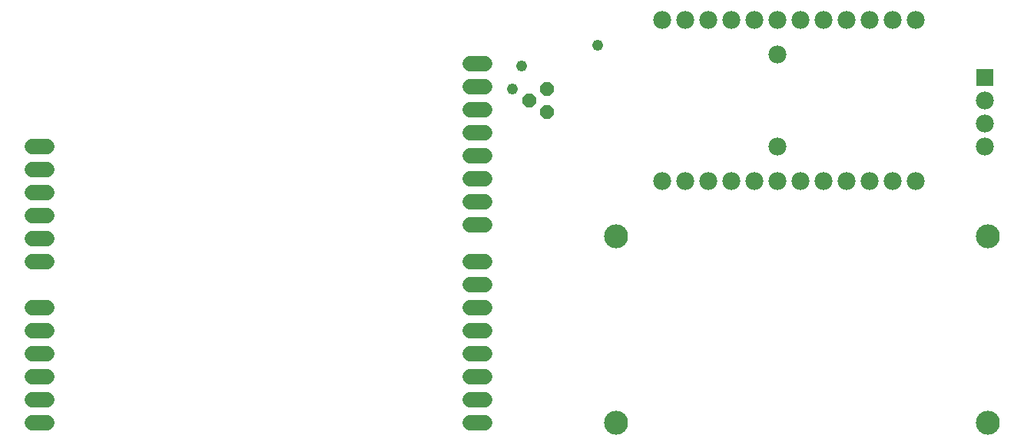
<source format=gbs>
G75*
G70*
%OFA0B0*%
%FSLAX24Y24*%
%IPPOS*%
%LPD*%
%AMOC8*
5,1,8,0,0,1.08239X$1,22.5*
%
%ADD10C,0.1040*%
%ADD11C,0.0680*%
%ADD12C,0.0780*%
%ADD13R,0.0780X0.0780*%
%ADD14OC8,0.0600*%
%ADD15C,0.0480*%
D10*
X027300Y002325D03*
X043442Y002325D03*
X043442Y010396D03*
X027300Y010396D03*
D11*
X002620Y002325D02*
X001980Y002325D01*
X001980Y003325D02*
X002620Y003325D01*
X002620Y004325D02*
X001980Y004325D01*
X001980Y005325D02*
X002620Y005325D01*
X002620Y006325D02*
X001980Y006325D01*
X001980Y007325D02*
X002620Y007325D01*
X002620Y009325D02*
X001980Y009325D01*
X001980Y010325D02*
X002620Y010325D01*
X002620Y011325D02*
X001980Y011325D01*
X001980Y012325D02*
X002620Y012325D01*
X002620Y013325D02*
X001980Y013325D01*
X001980Y014325D02*
X002620Y014325D01*
X020980Y013925D02*
X021620Y013925D01*
X021620Y014925D02*
X020980Y014925D01*
X020980Y015925D02*
X021620Y015925D01*
X021620Y016925D02*
X020980Y016925D01*
X020980Y017925D02*
X021620Y017925D01*
X021620Y012925D02*
X020980Y012925D01*
X020980Y011925D02*
X021620Y011925D01*
X021620Y010925D02*
X020980Y010925D01*
X020980Y009325D02*
X021620Y009325D01*
X021620Y008325D02*
X020980Y008325D01*
X020980Y007325D02*
X021620Y007325D01*
X021620Y006325D02*
X020980Y006325D01*
X020980Y005325D02*
X021620Y005325D01*
X021620Y004325D02*
X020980Y004325D01*
X020980Y003325D02*
X021620Y003325D01*
X021620Y002325D02*
X020980Y002325D01*
D12*
X029300Y012825D03*
X030300Y012825D03*
X031300Y012825D03*
X032300Y012825D03*
X033300Y012825D03*
X034300Y012825D03*
X035300Y012825D03*
X036300Y012825D03*
X037300Y012825D03*
X038300Y012825D03*
X039300Y012825D03*
X040300Y012825D03*
X043300Y014325D03*
X043300Y015325D03*
X043300Y016325D03*
X040300Y019825D03*
X039300Y019825D03*
X038300Y019825D03*
X037300Y019825D03*
X036300Y019825D03*
X035300Y019825D03*
X034300Y019825D03*
X033300Y019825D03*
X032300Y019825D03*
X031300Y019825D03*
X030300Y019825D03*
X029300Y019825D03*
X034300Y018325D03*
X034300Y014325D03*
D13*
X043300Y017325D03*
D14*
X024300Y016825D03*
X023550Y016325D03*
X024300Y015825D03*
D15*
X022800Y016825D03*
X023200Y017825D03*
X026500Y018725D03*
M02*

</source>
